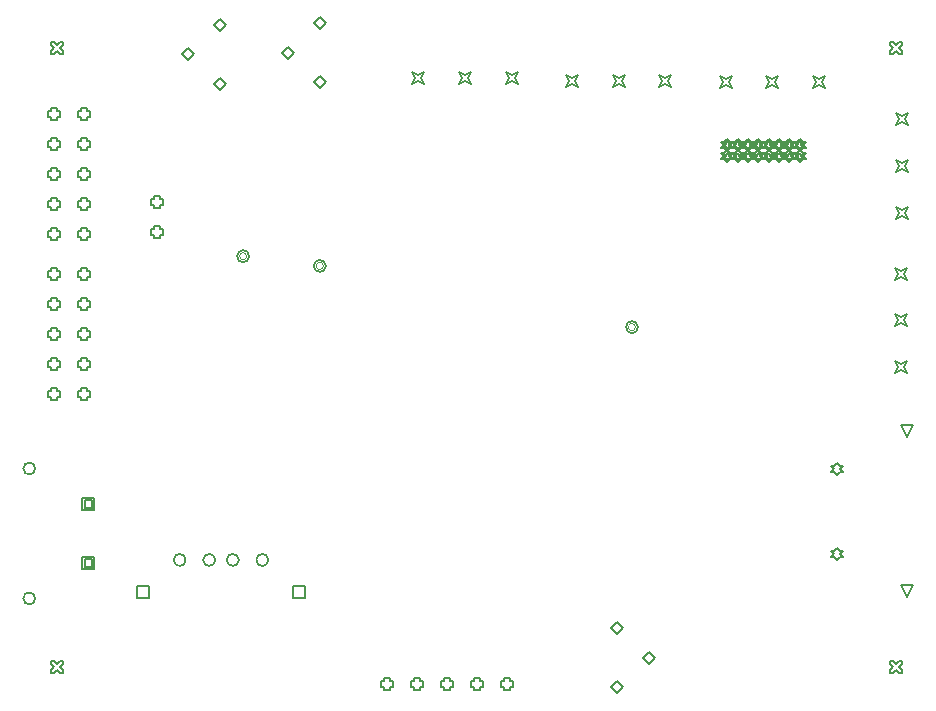
<source format=gbr>
%TF.GenerationSoftware,Altium Limited,Altium Designer,22.5.1 (42)*%
G04 Layer_Color=2752767*
%FSLAX44Y44*%
%MOMM*%
%TF.SameCoordinates,7B58D917-D16F-4CFB-9619-50DAC3371BF8*%
%TF.FilePolarity,Positive*%
%TF.FileFunction,Drawing*%
%TF.Part,Single*%
G01*
G75*
%TA.AperFunction,NonConductor*%
%ADD62C,0.1270*%
%ADD133C,0.1693*%
%ADD134C,0.1016*%
D62*
X305000Y-99080D02*
X307540Y-96540D01*
X310080D01*
X307540Y-94000D01*
X310080Y-91460D01*
X307540D01*
X305000Y-88920D01*
X302460Y-91460D01*
X299920D01*
X302460Y-94000D01*
X299920Y-96540D01*
X302460D01*
X305000Y-99080D01*
Y-171080D02*
X307540Y-168540D01*
X310080D01*
X307540Y-166000D01*
X310080Y-163460D01*
X307540D01*
X305000Y-160920D01*
X302460Y-163460D01*
X299920D01*
X302460Y-166000D01*
X299920Y-168540D01*
X302460D01*
X305000Y-171080D01*
X365000Y-67580D02*
X359920Y-57420D01*
X370080D01*
X365000Y-67580D01*
Y-202580D02*
X359920Y-192420D01*
X370080D01*
X365000Y-202580D01*
X-137580Y233000D02*
X-132500Y238080D01*
X-127420Y233000D01*
X-132500Y227920D01*
X-137580Y233000D01*
Y283000D02*
X-132500Y288080D01*
X-127420Y283000D01*
X-132500Y277920D01*
X-137580Y283000D01*
X-164580Y258000D02*
X-159500Y263080D01*
X-154420Y258000D01*
X-159500Y252920D01*
X-164580Y258000D01*
X-78190Y-278790D02*
Y-281330D01*
X-73110D01*
Y-278790D01*
X-70570D01*
Y-273710D01*
X-73110D01*
Y-271170D01*
X-78190D01*
Y-273710D01*
X-80730D01*
Y-278790D01*
X-78190D01*
X-27390Y-278790D02*
Y-281330D01*
X-22310D01*
Y-278790D01*
X-19770D01*
Y-273710D01*
X-22310D01*
Y-271170D01*
X-27390D01*
Y-273710D01*
X-29930D01*
Y-278790D01*
X-27390D01*
X-1990D02*
Y-281330D01*
X3090D01*
Y-278790D01*
X5630D01*
Y-273710D01*
X3090D01*
Y-271170D01*
X-1990D01*
Y-273710D01*
X-4530D01*
Y-278790D01*
X-1990D01*
X23410D02*
Y-281330D01*
X28490D01*
Y-278790D01*
X31030D01*
Y-273710D01*
X28490D01*
Y-271170D01*
X23410D01*
Y-273710D01*
X20870D01*
Y-278790D01*
X23410D01*
X-52790D02*
Y-281330D01*
X-47710D01*
Y-278790D01*
X-45170D01*
Y-273710D01*
X-47710D01*
Y-271170D01*
X-52790D01*
Y-273710D01*
X-55330D01*
Y-278790D01*
X-52790D01*
X114170Y-229250D02*
X119250Y-224170D01*
X124330Y-229250D01*
X119250Y-234330D01*
X114170Y-229250D01*
Y-279250D02*
X119250Y-274170D01*
X124330Y-279250D01*
X119250Y-284330D01*
X114170Y-279250D01*
X141170Y-254250D02*
X146250Y-249170D01*
X151330Y-254250D01*
X146250Y-259330D01*
X141170Y-254250D01*
X-333580Y-179080D02*
Y-168920D01*
X-323420D01*
Y-179080D01*
X-333580D01*
X-331548Y-177048D02*
Y-170952D01*
X-325452D01*
Y-177048D01*
X-331548D01*
X-333580Y-129080D02*
Y-118920D01*
X-323420D01*
Y-129080D01*
X-333580D01*
X-331548Y-127048D02*
Y-120952D01*
X-325452D01*
Y-127048D01*
X-331548D01*
X-222080Y231750D02*
X-217000Y236830D01*
X-211920Y231750D01*
X-217000Y226670D01*
X-222080Y231750D01*
Y281750D02*
X-217000Y286830D01*
X-211920Y281750D01*
X-217000Y276670D01*
X-222080Y281750D01*
X-249080Y256750D02*
X-244000Y261830D01*
X-238920Y256750D01*
X-244000Y251670D01*
X-249080Y256750D01*
X349920Y-267080D02*
X352460D01*
X355000Y-264540D01*
X357540Y-267080D01*
X360080D01*
Y-264540D01*
X357540Y-262000D01*
X360080Y-259460D01*
Y-256920D01*
X357540D01*
X355000Y-259460D01*
X352460Y-256920D01*
X349920D01*
Y-259460D01*
X352460Y-262000D01*
X349920Y-264540D01*
Y-267080D01*
X-360080Y256920D02*
X-357540D01*
X-355000Y259460D01*
X-352460Y256920D01*
X-349920D01*
Y259460D01*
X-352460Y262000D01*
X-349920Y264540D01*
Y267080D01*
X-352460D01*
X-355000Y264540D01*
X-357540Y267080D01*
X-360080D01*
Y264540D01*
X-357540Y262000D01*
X-360080Y259460D01*
Y256920D01*
Y-267080D02*
X-357540D01*
X-355000Y-264540D01*
X-352460Y-267080D01*
X-349920D01*
Y-264540D01*
X-352460Y-262000D01*
X-349920Y-259460D01*
Y-256920D01*
X-352460D01*
X-355000Y-259460D01*
X-357540Y-256920D01*
X-360080D01*
Y-259460D01*
X-357540Y-262000D01*
X-360080Y-264540D01*
Y-267080D01*
X349920Y256920D02*
X352460D01*
X355000Y259460D01*
X357540Y256920D01*
X360080D01*
Y259460D01*
X357540Y262000D01*
X360080Y264540D01*
Y267080D01*
X357540D01*
X355000Y264540D01*
X352460Y267080D01*
X349920D01*
Y264540D01*
X352460Y262000D01*
X349920Y259460D01*
Y256920D01*
X-272540Y103760D02*
Y101220D01*
X-267460D01*
Y103760D01*
X-264920D01*
Y108840D01*
X-267460D01*
Y111380D01*
X-272540D01*
Y108840D01*
X-275080D01*
Y103760D01*
X-272540D01*
Y129160D02*
Y126620D01*
X-267460D01*
Y129160D01*
X-264920D01*
Y134240D01*
X-267460D01*
Y136780D01*
X-272540D01*
Y134240D01*
X-275080D01*
Y129160D01*
X-272540D01*
X245520Y227920D02*
X248060Y233000D01*
X245520Y238080D01*
X250600Y235540D01*
X255680Y238080D01*
X253140Y233000D01*
X255680Y227920D01*
X250600Y230460D01*
X245520Y227920D01*
X285120D02*
X287660Y233000D01*
X285120Y238080D01*
X290200Y235540D01*
X295280Y238080D01*
X292740Y233000D01*
X295280Y227920D01*
X290200Y230460D01*
X285120Y227920D01*
X205920D02*
X208460Y233000D01*
X205920Y238080D01*
X211000Y235540D01*
X216080Y238080D01*
X213540Y233000D01*
X216080Y227920D01*
X211000Y230460D01*
X205920Y227920D01*
X-14830Y231670D02*
X-12290Y236750D01*
X-14830Y241830D01*
X-9750Y239290D01*
X-4670Y241830D01*
X-7210Y236750D01*
X-4670Y231670D01*
X-9750Y234210D01*
X-14830Y231670D01*
X24770D02*
X27310Y236750D01*
X24770Y241830D01*
X29850Y239290D01*
X34930Y241830D01*
X32390Y236750D01*
X34930Y231670D01*
X29850Y234210D01*
X24770Y231670D01*
X-54430D02*
X-51890Y236750D01*
X-54430Y241830D01*
X-49350Y239290D01*
X-44270Y241830D01*
X-46810Y236750D01*
X-44270Y231670D01*
X-49350Y234210D01*
X-54430Y231670D01*
X75820Y229170D02*
X78360Y234250D01*
X75820Y239330D01*
X80900Y236790D01*
X85980Y239330D01*
X83440Y234250D01*
X85980Y229170D01*
X80900Y231710D01*
X75820Y229170D01*
X155020D02*
X157560Y234250D01*
X155020Y239330D01*
X160100Y236790D01*
X165180Y239330D01*
X162640Y234250D01*
X165180Y229170D01*
X160100Y231710D01*
X155020Y229170D01*
X115420D02*
X117960Y234250D01*
X115420Y239330D01*
X120500Y236790D01*
X125580Y239330D01*
X123040Y234250D01*
X125580Y229170D01*
X120500Y231710D01*
X115420Y229170D01*
X354920Y196770D02*
X357460Y201850D01*
X354920Y206930D01*
X360000Y204390D01*
X365080Y206930D01*
X362540Y201850D01*
X365080Y196770D01*
X360000Y199310D01*
X354920Y196770D01*
Y117570D02*
X357460Y122650D01*
X354920Y127730D01*
X360000Y125190D01*
X365080Y127730D01*
X362540Y122650D01*
X365080Y117570D01*
X360000Y120110D01*
X354920Y117570D01*
Y157170D02*
X357460Y162250D01*
X354920Y167330D01*
X360000Y164790D01*
X365080Y167330D01*
X362540Y162250D01*
X365080Y157170D01*
X360000Y159710D01*
X354920Y157170D01*
X354670Y26420D02*
X357210Y31500D01*
X354670Y36580D01*
X359750Y34040D01*
X364830Y36580D01*
X362290Y31500D01*
X364830Y26420D01*
X359750Y28960D01*
X354670Y26420D01*
Y-13180D02*
X357210Y-8100D01*
X354670Y-3020D01*
X359750Y-5560D01*
X364830Y-3020D01*
X362290Y-8100D01*
X364830Y-13180D01*
X359750Y-10640D01*
X354670Y-13180D01*
Y66020D02*
X357210Y71100D01*
X354670Y76180D01*
X359750Y73640D01*
X364830Y76180D01*
X362290Y71100D01*
X364830Y66020D01*
X359750Y68560D01*
X354670Y66020D01*
X-286980Y-203580D02*
Y-193420D01*
X-276820D01*
Y-203580D01*
X-286980D01*
X-155580D02*
Y-193420D01*
X-145420D01*
Y-203580D01*
X-155580D01*
X-360240Y68260D02*
Y65720D01*
X-355160D01*
Y68260D01*
X-352620D01*
Y73340D01*
X-355160D01*
Y75880D01*
X-360240D01*
Y73340D01*
X-362780D01*
Y68260D01*
X-360240D01*
X-334840D02*
Y65720D01*
X-329760D01*
Y68260D01*
X-327220D01*
Y73340D01*
X-329760D01*
Y75880D01*
X-334840D01*
Y73340D01*
X-337380D01*
Y68260D01*
X-334840D01*
X-360240Y17460D02*
Y14920D01*
X-355160D01*
Y17460D01*
X-352620D01*
Y22540D01*
X-355160D01*
Y25080D01*
X-360240D01*
Y22540D01*
X-362780D01*
Y17460D01*
X-360240D01*
X-334840D02*
Y14920D01*
X-329760D01*
Y17460D01*
X-327220D01*
Y22540D01*
X-329760D01*
Y25080D01*
X-334840D01*
Y22540D01*
X-337380D01*
Y17460D01*
X-334840D01*
X-360240Y-33340D02*
Y-35880D01*
X-355160D01*
Y-33340D01*
X-352620D01*
Y-28260D01*
X-355160D01*
Y-25720D01*
X-360240D01*
Y-28260D01*
X-362780D01*
Y-33340D01*
X-360240D01*
Y-7940D02*
Y-10480D01*
X-355160D01*
Y-7940D01*
X-352620D01*
Y-2860D01*
X-355160D01*
Y-320D01*
X-360240D01*
Y-2860D01*
X-362780D01*
Y-7940D01*
X-360240D01*
X-334840D02*
Y-10480D01*
X-329760D01*
Y-7940D01*
X-327220D01*
Y-2860D01*
X-329760D01*
Y-320D01*
X-334840D01*
Y-2860D01*
X-337380D01*
Y-7940D01*
X-334840D01*
Y-33340D02*
Y-35880D01*
X-329760D01*
Y-33340D01*
X-327220D01*
Y-28260D01*
X-329760D01*
Y-25720D01*
X-334840D01*
Y-28260D01*
X-337380D01*
Y-33340D01*
X-334840D01*
Y42860D02*
Y40320D01*
X-329760D01*
Y42860D01*
X-327220D01*
Y47940D01*
X-329760D01*
Y50480D01*
X-334840D01*
Y47940D01*
X-337380D01*
Y42860D01*
X-334840D01*
X-360240D02*
Y40320D01*
X-355160D01*
Y42860D01*
X-352620D01*
Y47940D01*
X-355160D01*
Y50480D01*
X-360240D01*
Y47940D01*
X-362780D01*
Y42860D01*
X-360240D01*
X-359940Y178460D02*
Y175920D01*
X-354860D01*
Y178460D01*
X-352320D01*
Y183540D01*
X-354860D01*
Y186080D01*
X-359940D01*
Y183540D01*
X-362480D01*
Y178460D01*
X-359940D01*
X-334540D02*
Y175920D01*
X-329460D01*
Y178460D01*
X-326920D01*
Y183540D01*
X-329460D01*
Y186080D01*
X-334540D01*
Y183540D01*
X-337080D01*
Y178460D01*
X-334540D01*
Y102260D02*
Y99720D01*
X-329460D01*
Y102260D01*
X-326920D01*
Y107340D01*
X-329460D01*
Y109880D01*
X-334540D01*
Y107340D01*
X-337080D01*
Y102260D01*
X-334540D01*
Y127660D02*
Y125120D01*
X-329460D01*
Y127660D01*
X-326920D01*
Y132740D01*
X-329460D01*
Y135280D01*
X-334540D01*
Y132740D01*
X-337080D01*
Y127660D01*
X-334540D01*
X-359940D02*
Y125120D01*
X-354860D01*
Y127660D01*
X-352320D01*
Y132740D01*
X-354860D01*
Y135280D01*
X-359940D01*
Y132740D01*
X-362480D01*
Y127660D01*
X-359940D01*
Y102260D02*
Y99720D01*
X-354860D01*
Y102260D01*
X-352320D01*
Y107340D01*
X-354860D01*
Y109880D01*
X-359940D01*
Y107340D01*
X-362480D01*
Y102260D01*
X-359940D01*
X-334540Y153060D02*
Y150520D01*
X-329460D01*
Y153060D01*
X-326920D01*
Y158140D01*
X-329460D01*
Y160680D01*
X-334540D01*
Y158140D01*
X-337080D01*
Y153060D01*
X-334540D01*
X-359940D02*
Y150520D01*
X-354860D01*
Y153060D01*
X-352320D01*
Y158140D01*
X-354860D01*
Y160680D01*
X-359940D01*
Y158140D01*
X-362480D01*
Y153060D01*
X-359940D01*
X-334540Y203860D02*
Y201320D01*
X-329460D01*
Y203860D01*
X-326920D01*
Y208940D01*
X-329460D01*
Y211480D01*
X-334540D01*
Y208940D01*
X-337080D01*
Y203860D01*
X-334540D01*
X-359940D02*
Y201320D01*
X-354860D01*
Y203860D01*
X-352320D01*
Y208940D01*
X-354860D01*
Y211480D01*
X-359940D01*
Y208940D01*
X-362480D01*
Y203860D01*
X-359940D01*
X212500Y165170D02*
X215040Y167710D01*
X217580D01*
X215040Y170250D01*
X217580Y172790D01*
X215040D01*
X212500Y175330D01*
X209960Y172790D01*
X207420D01*
X209960Y170250D01*
X207420Y167710D01*
X209960D01*
X212500Y165170D01*
Y167202D02*
X214024Y168726D01*
X215548D01*
X214024Y170250D01*
X215548Y171774D01*
X214024D01*
X212500Y173298D01*
X210976Y171774D01*
X209452D01*
X210976Y170250D01*
X209452Y168726D01*
X210976D01*
X212500Y167202D01*
X221250Y165170D02*
X223790Y167710D01*
X226330D01*
X223790Y170250D01*
X226330Y172790D01*
X223790D01*
X221250Y175330D01*
X218710Y172790D01*
X216170D01*
X218710Y170250D01*
X216170Y167710D01*
X218710D01*
X221250Y165170D01*
Y167202D02*
X222774Y168726D01*
X224298D01*
X222774Y170250D01*
X224298Y171774D01*
X222774D01*
X221250Y173298D01*
X219726Y171774D01*
X218202D01*
X219726Y170250D01*
X218202Y168726D01*
X219726D01*
X221250Y167202D01*
X230000Y165170D02*
X232540Y167710D01*
X235080D01*
X232540Y170250D01*
X235080Y172790D01*
X232540D01*
X230000Y175330D01*
X227460Y172790D01*
X224920D01*
X227460Y170250D01*
X224920Y167710D01*
X227460D01*
X230000Y165170D01*
Y167202D02*
X231524Y168726D01*
X233048D01*
X231524Y170250D01*
X233048Y171774D01*
X231524D01*
X230000Y173298D01*
X228476Y171774D01*
X226952D01*
X228476Y170250D01*
X226952Y168726D01*
X228476D01*
X230000Y167202D01*
X238750Y165170D02*
X241290Y167710D01*
X243830D01*
X241290Y170250D01*
X243830Y172790D01*
X241290D01*
X238750Y175330D01*
X236210Y172790D01*
X233670D01*
X236210Y170250D01*
X233670Y167710D01*
X236210D01*
X238750Y165170D01*
Y167202D02*
X240274Y168726D01*
X241798D01*
X240274Y170250D01*
X241798Y171774D01*
X240274D01*
X238750Y173298D01*
X237226Y171774D01*
X235702D01*
X237226Y170250D01*
X235702Y168726D01*
X237226D01*
X238750Y167202D01*
X273750Y165170D02*
X276290Y167710D01*
X278830D01*
X276290Y170250D01*
X278830Y172790D01*
X276290D01*
X273750Y175330D01*
X271210Y172790D01*
X268670D01*
X271210Y170250D01*
X268670Y167710D01*
X271210D01*
X273750Y165170D01*
Y167202D02*
X275274Y168726D01*
X276798D01*
X275274Y170250D01*
X276798Y171774D01*
X275274D01*
X273750Y173298D01*
X272226Y171774D01*
X270702D01*
X272226Y170250D01*
X270702Y168726D01*
X272226D01*
X273750Y167202D01*
X265000Y165170D02*
X267540Y167710D01*
X270080D01*
X267540Y170250D01*
X270080Y172790D01*
X267540D01*
X265000Y175330D01*
X262460Y172790D01*
X259920D01*
X262460Y170250D01*
X259920Y167710D01*
X262460D01*
X265000Y165170D01*
Y167202D02*
X266524Y168726D01*
X268048D01*
X266524Y170250D01*
X268048Y171774D01*
X266524D01*
X265000Y173298D01*
X263476Y171774D01*
X261952D01*
X263476Y170250D01*
X261952Y168726D01*
X263476D01*
X265000Y167202D01*
X256250Y165170D02*
X258790Y167710D01*
X261330D01*
X258790Y170250D01*
X261330Y172790D01*
X258790D01*
X256250Y175330D01*
X253710Y172790D01*
X251170D01*
X253710Y170250D01*
X251170Y167710D01*
X253710D01*
X256250Y165170D01*
Y167202D02*
X257774Y168726D01*
X259298D01*
X257774Y170250D01*
X259298Y171774D01*
X257774D01*
X256250Y173298D01*
X254726Y171774D01*
X253202D01*
X254726Y170250D01*
X253202Y168726D01*
X254726D01*
X256250Y167202D01*
X247500Y165170D02*
X250040Y167710D01*
X252580D01*
X250040Y170250D01*
X252580Y172790D01*
X250040D01*
X247500Y175330D01*
X244960Y172790D01*
X242420D01*
X244960Y170250D01*
X242420Y167710D01*
X244960D01*
X247500Y165170D01*
Y167202D02*
X249024Y168726D01*
X250548D01*
X249024Y170250D01*
X250548Y171774D01*
X249024D01*
X247500Y173298D01*
X245976Y171774D01*
X244452D01*
X245976Y170250D01*
X244452Y168726D01*
X245976D01*
X247500Y167202D01*
Y174920D02*
X250040Y177460D01*
X252580D01*
X250040Y180000D01*
X252580Y182540D01*
X250040D01*
X247500Y185080D01*
X244960Y182540D01*
X242420D01*
X244960Y180000D01*
X242420Y177460D01*
X244960D01*
X247500Y174920D01*
Y176952D02*
X249024Y178476D01*
X250548D01*
X249024Y180000D01*
X250548Y181524D01*
X249024D01*
X247500Y183048D01*
X245976Y181524D01*
X244452D01*
X245976Y180000D01*
X244452Y178476D01*
X245976D01*
X247500Y176952D01*
X256250Y174920D02*
X258790Y177460D01*
X261330D01*
X258790Y180000D01*
X261330Y182540D01*
X258790D01*
X256250Y185080D01*
X253710Y182540D01*
X251170D01*
X253710Y180000D01*
X251170Y177460D01*
X253710D01*
X256250Y174920D01*
Y176952D02*
X257774Y178476D01*
X259298D01*
X257774Y180000D01*
X259298Y181524D01*
X257774D01*
X256250Y183048D01*
X254726Y181524D01*
X253202D01*
X254726Y180000D01*
X253202Y178476D01*
X254726D01*
X256250Y176952D01*
X265000Y174920D02*
X267540Y177460D01*
X270080D01*
X267540Y180000D01*
X270080Y182540D01*
X267540D01*
X265000Y185080D01*
X262460Y182540D01*
X259920D01*
X262460Y180000D01*
X259920Y177460D01*
X262460D01*
X265000Y174920D01*
Y176952D02*
X266524Y178476D01*
X268048D01*
X266524Y180000D01*
X268048Y181524D01*
X266524D01*
X265000Y183048D01*
X263476Y181524D01*
X261952D01*
X263476Y180000D01*
X261952Y178476D01*
X263476D01*
X265000Y176952D01*
X273750Y174920D02*
X276290Y177460D01*
X278830D01*
X276290Y180000D01*
X278830Y182540D01*
X276290D01*
X273750Y185080D01*
X271210Y182540D01*
X268670D01*
X271210Y180000D01*
X268670Y177460D01*
X271210D01*
X273750Y174920D01*
Y176952D02*
X275274Y178476D01*
X276798D01*
X275274Y180000D01*
X276798Y181524D01*
X275274D01*
X273750Y183048D01*
X272226Y181524D01*
X270702D01*
X272226Y180000D01*
X270702Y178476D01*
X272226D01*
X273750Y176952D01*
X238750Y174920D02*
X241290Y177460D01*
X243830D01*
X241290Y180000D01*
X243830Y182540D01*
X241290D01*
X238750Y185080D01*
X236210Y182540D01*
X233670D01*
X236210Y180000D01*
X233670Y177460D01*
X236210D01*
X238750Y174920D01*
Y176952D02*
X240274Y178476D01*
X241798D01*
X240274Y180000D01*
X241798Y181524D01*
X240274D01*
X238750Y183048D01*
X237226Y181524D01*
X235702D01*
X237226Y180000D01*
X235702Y178476D01*
X237226D01*
X238750Y176952D01*
X230000Y174920D02*
X232540Y177460D01*
X235080D01*
X232540Y180000D01*
X235080Y182540D01*
X232540D01*
X230000Y185080D01*
X227460Y182540D01*
X224920D01*
X227460Y180000D01*
X224920Y177460D01*
X227460D01*
X230000Y174920D01*
Y176952D02*
X231524Y178476D01*
X233048D01*
X231524Y180000D01*
X233048Y181524D01*
X231524D01*
X230000Y183048D01*
X228476Y181524D01*
X226952D01*
X228476Y180000D01*
X226952Y178476D01*
X228476D01*
X230000Y176952D01*
X221250Y174920D02*
X223790Y177460D01*
X226330D01*
X223790Y180000D01*
X226330Y182540D01*
X223790D01*
X221250Y185080D01*
X218710Y182540D01*
X216170D01*
X218710Y180000D01*
X216170Y177460D01*
X218710D01*
X221250Y174920D01*
Y176952D02*
X222774Y178476D01*
X224298D01*
X222774Y180000D01*
X224298Y181524D01*
X222774D01*
X221250Y183048D01*
X219726Y181524D01*
X218202D01*
X219726Y180000D01*
X218202Y178476D01*
X219726D01*
X221250Y176952D01*
X212500Y174920D02*
X215040Y177460D01*
X217580D01*
X215040Y180000D01*
X217580Y182540D01*
X215040D01*
X212500Y185080D01*
X209960Y182540D01*
X207420D01*
X209960Y180000D01*
X207420Y177460D01*
X209960D01*
X212500Y174920D01*
Y176952D02*
X214024Y178476D01*
X215548D01*
X214024Y180000D01*
X215548Y181524D01*
X214024D01*
X212500Y183048D01*
X210976Y181524D01*
X209452D01*
X210976Y180000D01*
X209452Y178476D01*
X210976D01*
X212500Y176952D01*
D133*
X-373420Y-204000D02*
G03*
X-373420Y-204000I-5080J0D01*
G01*
Y-94000D02*
G03*
X-373420Y-94000I-5080J0D01*
G01*
X-201120Y-171400D02*
G03*
X-201120Y-171400I-5080J0D01*
G01*
X-176120Y-171400D02*
G03*
X-176120Y-171400I-5080J0D01*
G01*
X-221120Y-171400D02*
G03*
X-221120Y-171400I-5080J0D01*
G01*
X-246120D02*
G03*
X-246120Y-171400I-5080J0D01*
G01*
X-192420Y85750D02*
G03*
X-192420Y85750I-5080J0D01*
G01*
X-127420Y77500D02*
G03*
X-127420Y77500I-5080J0D01*
G01*
X136830Y25750D02*
G03*
X136830Y25750I-5080J0D01*
G01*
D134*
X-194452Y85750D02*
G03*
X-194452Y85750I-3048J0D01*
G01*
X-129452Y77500D02*
G03*
X-129452Y77500I-3048J0D01*
G01*
X134798Y25750D02*
G03*
X134798Y25750I-3048J0D01*
G01*
%TF.MD5,ffd08aff80aa2c7dc25a585af266aed5*%
M02*

</source>
